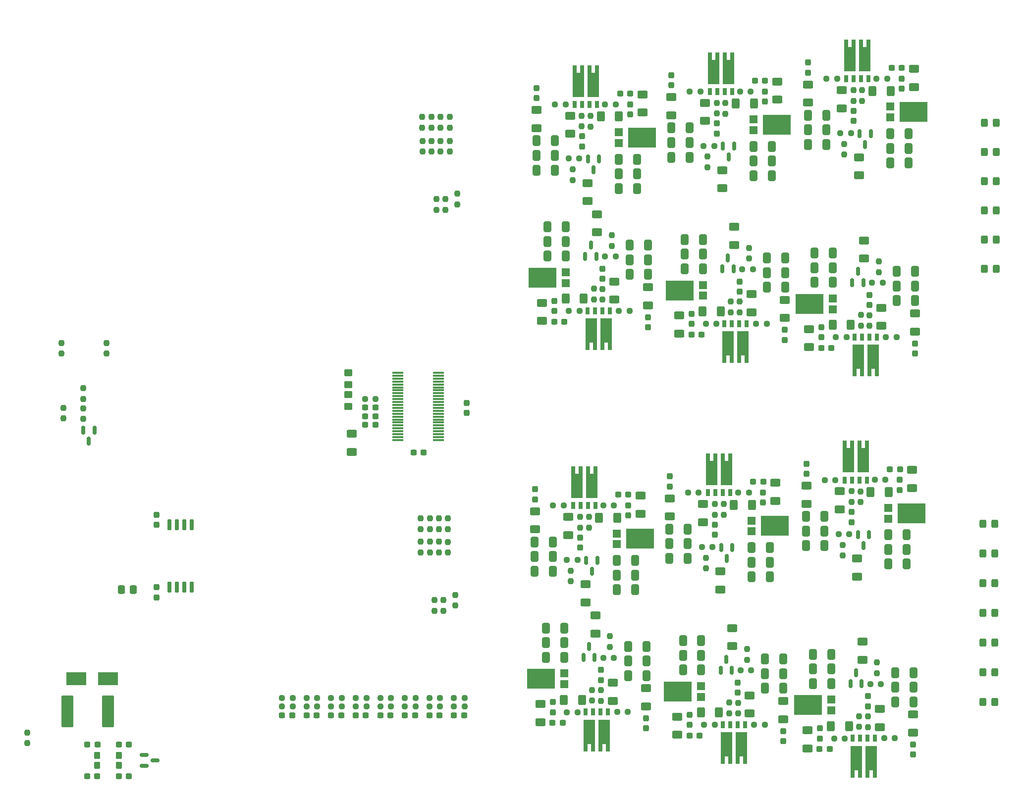
<source format=gbr>
%TF.GenerationSoftware,KiCad,Pcbnew,(6.0.1)*%
%TF.CreationDate,2022-05-08T00:04:23+10:00*%
%TF.ProjectId,211006_lmu_r0,32313130-3036-45f6-9c6d-755f72302e6b,rev?*%
%TF.SameCoordinates,Original*%
%TF.FileFunction,Paste,Bot*%
%TF.FilePolarity,Positive*%
%FSLAX46Y46*%
G04 Gerber Fmt 4.6, Leading zero omitted, Abs format (unit mm)*
G04 Created by KiCad (PCBNEW (6.0.1)) date 2022-05-08 00:04:23*
%MOMM*%
%LPD*%
G01*
G04 APERTURE LIST*
G04 Aperture macros list*
%AMRoundRect*
0 Rectangle with rounded corners*
0 $1 Rounding radius*
0 $2 $3 $4 $5 $6 $7 $8 $9 X,Y pos of 4 corners*
0 Add a 4 corners polygon primitive as box body*
4,1,4,$2,$3,$4,$5,$6,$7,$8,$9,$2,$3,0*
0 Add four circle primitives for the rounded corners*
1,1,$1+$1,$2,$3*
1,1,$1+$1,$4,$5*
1,1,$1+$1,$6,$7*
1,1,$1+$1,$8,$9*
0 Add four rect primitives between the rounded corners*
20,1,$1+$1,$2,$3,$4,$5,0*
20,1,$1+$1,$4,$5,$6,$7,0*
20,1,$1+$1,$6,$7,$8,$9,0*
20,1,$1+$1,$8,$9,$2,$3,0*%
%AMFreePoly0*
4,1,7,0.350000,-0.950000,-0.350000,-0.950000,-0.350000,0.375000,-1.620000,0.375000,-1.620000,4.475000,0.350000,4.475000,0.350000,-0.950000,0.350000,-0.950000,$1*%
G04 Aperture macros list end*
%ADD10C,0.010000*%
%ADD11RoundRect,0.237500X0.300000X0.237500X-0.300000X0.237500X-0.300000X-0.237500X0.300000X-0.237500X0*%
%ADD12RoundRect,0.250000X-0.625000X0.400000X-0.625000X-0.400000X0.625000X-0.400000X0.625000X0.400000X0*%
%ADD13RoundRect,0.237500X0.250000X0.237500X-0.250000X0.237500X-0.250000X-0.237500X0.250000X-0.237500X0*%
%ADD14RoundRect,0.237500X0.237500X-0.300000X0.237500X0.300000X-0.237500X0.300000X-0.237500X-0.300000X0*%
%ADD15RoundRect,0.237500X0.237500X-0.250000X0.237500X0.250000X-0.237500X0.250000X-0.237500X-0.250000X0*%
%ADD16RoundRect,0.250000X0.325000X0.450000X-0.325000X0.450000X-0.325000X-0.450000X0.325000X-0.450000X0*%
%ADD17R,4.860000X3.360000*%
%ADD18R,1.400000X1.390000*%
%ADD19RoundRect,0.250000X-0.412500X-0.650000X0.412500X-0.650000X0.412500X0.650000X-0.412500X0.650000X0*%
%ADD20RoundRect,0.237500X-0.300000X-0.237500X0.300000X-0.237500X0.300000X0.237500X-0.300000X0.237500X0*%
%ADD21RoundRect,0.250000X0.400000X0.625000X-0.400000X0.625000X-0.400000X-0.625000X0.400000X-0.625000X0*%
%ADD22RoundRect,0.250000X0.625000X-0.400000X0.625000X0.400000X-0.625000X0.400000X-0.625000X-0.400000X0*%
%ADD23RoundRect,0.250000X-0.400000X-0.625000X0.400000X-0.625000X0.400000X0.625000X-0.400000X0.625000X0*%
%ADD24R,0.700000X1.150000*%
%ADD25FreePoly0,0.000000*%
%ADD26R,0.700000X1.900000*%
%ADD27RoundRect,0.150000X-0.150000X0.587500X-0.150000X-0.587500X0.150000X-0.587500X0.150000X0.587500X0*%
%ADD28RoundRect,0.250000X0.412500X0.650000X-0.412500X0.650000X-0.412500X-0.650000X0.412500X-0.650000X0*%
%ADD29RoundRect,0.237500X-0.237500X0.300000X-0.237500X-0.300000X0.237500X-0.300000X0.237500X0.300000X0*%
%ADD30RoundRect,0.237500X-0.250000X-0.237500X0.250000X-0.237500X0.250000X0.237500X-0.250000X0.237500X0*%
%ADD31RoundRect,0.042000X-0.258000X0.858000X-0.258000X-0.858000X0.258000X-0.858000X0.258000X0.858000X0*%
%ADD32RoundRect,0.237500X-0.237500X0.250000X-0.237500X-0.250000X0.237500X-0.250000X0.237500X0.250000X0*%
%ADD33FreePoly0,180.000000*%
%ADD34RoundRect,0.150000X0.150000X-0.587500X0.150000X0.587500X-0.150000X0.587500X-0.150000X-0.587500X0*%
%ADD35RoundRect,0.250000X0.337500X0.475000X-0.337500X0.475000X-0.337500X-0.475000X0.337500X-0.475000X0*%
%ADD36RoundRect,0.250000X0.450000X-0.350000X0.450000X0.350000X-0.450000X0.350000X-0.450000X-0.350000X0*%
%ADD37RoundRect,0.050000X-0.450000X0.525000X-0.450000X-0.525000X0.450000X-0.525000X0.450000X0.525000X0*%
%ADD38R,3.500000X2.300000*%
%ADD39RoundRect,0.250001X-0.799999X-2.474999X0.799999X-2.474999X0.799999X2.474999X-0.799999X2.474999X0*%
%ADD40RoundRect,0.150000X-0.587500X-0.150000X0.587500X-0.150000X0.587500X0.150000X-0.587500X0.150000X0*%
%ADD41RoundRect,0.025600X0.924400X0.134400X-0.924400X0.134400X-0.924400X-0.134400X0.924400X-0.134400X0*%
G04 APERTURE END LIST*
D10*
%TO.C,T17*%
X191955000Y-77950000D02*
X193055000Y-77950000D01*
X193055000Y-77950000D02*
X193055000Y-76950000D01*
X193055000Y-76950000D02*
X191955000Y-76950000D01*
X191955000Y-76950000D02*
X191955000Y-77950000D01*
G36*
X193055000Y-77950000D02*
G01*
X191955000Y-77950000D01*
X191955000Y-76950000D01*
X193055000Y-76950000D01*
X193055000Y-77950000D01*
G37*
X193055000Y-77950000D02*
X191955000Y-77950000D01*
X191955000Y-76950000D01*
X193055000Y-76950000D01*
X193055000Y-77950000D01*
X194495000Y-76150000D02*
X195595000Y-76150000D01*
X195595000Y-76150000D02*
X195595000Y-75150000D01*
X195595000Y-75150000D02*
X194495000Y-75150000D01*
X194495000Y-75150000D02*
X194495000Y-76150000D01*
G36*
X195595000Y-76150000D02*
G01*
X194495000Y-76150000D01*
X194495000Y-75150000D01*
X195595000Y-75150000D01*
X195595000Y-76150000D01*
G37*
X195595000Y-76150000D02*
X194495000Y-76150000D01*
X194495000Y-75150000D01*
X195595000Y-75150000D01*
X195595000Y-76150000D01*
X194495000Y-77950000D02*
X195595000Y-77950000D01*
X195595000Y-77950000D02*
X195595000Y-76950000D01*
X195595000Y-76950000D02*
X194495000Y-76950000D01*
X194495000Y-76950000D02*
X194495000Y-77950000D01*
G36*
X195595000Y-77950000D02*
G01*
X194495000Y-77950000D01*
X194495000Y-76950000D01*
X195595000Y-76950000D01*
X195595000Y-77950000D01*
G37*
X195595000Y-77950000D02*
X194495000Y-77950000D01*
X194495000Y-76950000D01*
X195595000Y-76950000D01*
X195595000Y-77950000D01*
X191955000Y-76150000D02*
X193055000Y-76150000D01*
X193055000Y-76150000D02*
X193055000Y-75150000D01*
X193055000Y-75150000D02*
X191955000Y-75150000D01*
X191955000Y-75150000D02*
X191955000Y-76150000D01*
G36*
X193055000Y-76150000D02*
G01*
X191955000Y-76150000D01*
X191955000Y-75150000D01*
X193055000Y-75150000D01*
X193055000Y-76150000D01*
G37*
X193055000Y-76150000D02*
X191955000Y-76150000D01*
X191955000Y-75150000D01*
X193055000Y-75150000D01*
X193055000Y-76150000D01*
%TO.C,T22*%
X170767446Y-142589950D02*
X171867446Y-142589950D01*
X171867446Y-142589950D02*
X171867446Y-141589950D01*
X171867446Y-141589950D02*
X170767446Y-141589950D01*
X170767446Y-141589950D02*
X170767446Y-142589950D01*
G36*
X171867446Y-142589950D02*
G01*
X170767446Y-142589950D01*
X170767446Y-141589950D01*
X171867446Y-141589950D01*
X171867446Y-142589950D01*
G37*
X171867446Y-142589950D02*
X170767446Y-142589950D01*
X170767446Y-141589950D01*
X171867446Y-141589950D01*
X171867446Y-142589950D01*
X168227446Y-144389950D02*
X169327446Y-144389950D01*
X169327446Y-144389950D02*
X169327446Y-143389950D01*
X169327446Y-143389950D02*
X168227446Y-143389950D01*
X168227446Y-143389950D02*
X168227446Y-144389950D01*
G36*
X169327446Y-144389950D02*
G01*
X168227446Y-144389950D01*
X168227446Y-143389950D01*
X169327446Y-143389950D01*
X169327446Y-144389950D01*
G37*
X169327446Y-144389950D02*
X168227446Y-144389950D01*
X168227446Y-143389950D01*
X169327446Y-143389950D01*
X169327446Y-144389950D01*
X170767446Y-144389950D02*
X171867446Y-144389950D01*
X171867446Y-144389950D02*
X171867446Y-143389950D01*
X171867446Y-143389950D02*
X170767446Y-143389950D01*
X170767446Y-143389950D02*
X170767446Y-144389950D01*
G36*
X171867446Y-144389950D02*
G01*
X170767446Y-144389950D01*
X170767446Y-143389950D01*
X171867446Y-143389950D01*
X171867446Y-144389950D01*
G37*
X171867446Y-144389950D02*
X170767446Y-144389950D01*
X170767446Y-143389950D01*
X171867446Y-143389950D01*
X171867446Y-144389950D01*
X168227446Y-142589950D02*
X169327446Y-142589950D01*
X169327446Y-142589950D02*
X169327446Y-141589950D01*
X169327446Y-141589950D02*
X168227446Y-141589950D01*
X168227446Y-141589950D02*
X168227446Y-142589950D01*
G36*
X169327446Y-142589950D02*
G01*
X168227446Y-142589950D01*
X168227446Y-141589950D01*
X169327446Y-141589950D01*
X169327446Y-142589950D01*
G37*
X169327446Y-142589950D02*
X168227446Y-142589950D01*
X168227446Y-141589950D01*
X169327446Y-141589950D01*
X169327446Y-142589950D01*
%TO.C,T23*%
X194192446Y-144764950D02*
X195292446Y-144764950D01*
X195292446Y-144764950D02*
X195292446Y-143764950D01*
X195292446Y-143764950D02*
X194192446Y-143764950D01*
X194192446Y-143764950D02*
X194192446Y-144764950D01*
G36*
X195292446Y-144764950D02*
G01*
X194192446Y-144764950D01*
X194192446Y-143764950D01*
X195292446Y-143764950D01*
X195292446Y-144764950D01*
G37*
X195292446Y-144764950D02*
X194192446Y-144764950D01*
X194192446Y-143764950D01*
X195292446Y-143764950D01*
X195292446Y-144764950D01*
X194192446Y-146564950D02*
X195292446Y-146564950D01*
X195292446Y-146564950D02*
X195292446Y-145564950D01*
X195292446Y-145564950D02*
X194192446Y-145564950D01*
X194192446Y-145564950D02*
X194192446Y-146564950D01*
G36*
X195292446Y-146564950D02*
G01*
X194192446Y-146564950D01*
X194192446Y-145564950D01*
X195292446Y-145564950D01*
X195292446Y-146564950D01*
G37*
X195292446Y-146564950D02*
X194192446Y-146564950D01*
X194192446Y-145564950D01*
X195292446Y-145564950D01*
X195292446Y-146564950D01*
X191652446Y-144764950D02*
X192752446Y-144764950D01*
X192752446Y-144764950D02*
X192752446Y-143764950D01*
X192752446Y-143764950D02*
X191652446Y-143764950D01*
X191652446Y-143764950D02*
X191652446Y-144764950D01*
G36*
X192752446Y-144764950D02*
G01*
X191652446Y-144764950D01*
X191652446Y-143764950D01*
X192752446Y-143764950D01*
X192752446Y-144764950D01*
G37*
X192752446Y-144764950D02*
X191652446Y-144764950D01*
X191652446Y-143764950D01*
X192752446Y-143764950D01*
X192752446Y-144764950D01*
X191652446Y-146564950D02*
X192752446Y-146564950D01*
X192752446Y-146564950D02*
X192752446Y-145564950D01*
X192752446Y-145564950D02*
X191652446Y-145564950D01*
X191652446Y-145564950D02*
X191652446Y-146564950D01*
G36*
X192752446Y-146564950D02*
G01*
X191652446Y-146564950D01*
X191652446Y-145564950D01*
X192752446Y-145564950D01*
X192752446Y-146564950D01*
G37*
X192752446Y-146564950D02*
X191652446Y-146564950D01*
X191652446Y-145564950D01*
X192752446Y-145564950D01*
X192752446Y-146564950D01*
%TO.C,T21*%
X167177446Y-102214950D02*
X166077446Y-102214950D01*
X166077446Y-102214950D02*
X166077446Y-103214950D01*
X166077446Y-103214950D02*
X167177446Y-103214950D01*
X167177446Y-103214950D02*
X167177446Y-102214950D01*
G36*
X167177446Y-103214950D02*
G01*
X166077446Y-103214950D01*
X166077446Y-102214950D01*
X167177446Y-102214950D01*
X167177446Y-103214950D01*
G37*
X167177446Y-103214950D02*
X166077446Y-103214950D01*
X166077446Y-102214950D01*
X167177446Y-102214950D01*
X167177446Y-103214950D01*
X169717446Y-100414950D02*
X168617446Y-100414950D01*
X168617446Y-100414950D02*
X168617446Y-101414950D01*
X168617446Y-101414950D02*
X169717446Y-101414950D01*
X169717446Y-101414950D02*
X169717446Y-100414950D01*
G36*
X169717446Y-101414950D02*
G01*
X168617446Y-101414950D01*
X168617446Y-100414950D01*
X169717446Y-100414950D01*
X169717446Y-101414950D01*
G37*
X169717446Y-101414950D02*
X168617446Y-101414950D01*
X168617446Y-100414950D01*
X169717446Y-100414950D01*
X169717446Y-101414950D01*
X167177446Y-100414950D02*
X166077446Y-100414950D01*
X166077446Y-100414950D02*
X166077446Y-101414950D01*
X166077446Y-101414950D02*
X167177446Y-101414950D01*
X167177446Y-101414950D02*
X167177446Y-100414950D01*
G36*
X167177446Y-101414950D02*
G01*
X166077446Y-101414950D01*
X166077446Y-100414950D01*
X167177446Y-100414950D01*
X167177446Y-101414950D01*
G37*
X167177446Y-101414950D02*
X166077446Y-101414950D01*
X166077446Y-100414950D01*
X167177446Y-100414950D01*
X167177446Y-101414950D01*
X169717446Y-102214950D02*
X168617446Y-102214950D01*
X168617446Y-102214950D02*
X168617446Y-103214950D01*
X168617446Y-103214950D02*
X169717446Y-103214950D01*
X169717446Y-103214950D02*
X169717446Y-102214950D01*
G36*
X169717446Y-103214950D02*
G01*
X168617446Y-103214950D01*
X168617446Y-102214950D01*
X169717446Y-102214950D01*
X169717446Y-103214950D01*
G37*
X169717446Y-103214950D02*
X168617446Y-103214950D01*
X168617446Y-102214950D01*
X169717446Y-102214950D01*
X169717446Y-103214950D01*
%TO.C,T19*%
X216129946Y-96039450D02*
X215029946Y-96039450D01*
X215029946Y-96039450D02*
X215029946Y-97039450D01*
X215029946Y-97039450D02*
X216129946Y-97039450D01*
X216129946Y-97039450D02*
X216129946Y-96039450D01*
G36*
X216129946Y-97039450D02*
G01*
X215029946Y-97039450D01*
X215029946Y-96039450D01*
X216129946Y-96039450D01*
X216129946Y-97039450D01*
G37*
X216129946Y-97039450D02*
X215029946Y-97039450D01*
X215029946Y-96039450D01*
X216129946Y-96039450D01*
X216129946Y-97039450D01*
X216129946Y-97839450D02*
X215029946Y-97839450D01*
X215029946Y-97839450D02*
X215029946Y-98839450D01*
X215029946Y-98839450D02*
X216129946Y-98839450D01*
X216129946Y-98839450D02*
X216129946Y-97839450D01*
G36*
X216129946Y-98839450D02*
G01*
X215029946Y-98839450D01*
X215029946Y-97839450D01*
X216129946Y-97839450D01*
X216129946Y-98839450D01*
G37*
X216129946Y-98839450D02*
X215029946Y-98839450D01*
X215029946Y-97839450D01*
X216129946Y-97839450D01*
X216129946Y-98839450D01*
X213589946Y-97839450D02*
X212489946Y-97839450D01*
X212489946Y-97839450D02*
X212489946Y-98839450D01*
X212489946Y-98839450D02*
X213589946Y-98839450D01*
X213589946Y-98839450D02*
X213589946Y-97839450D01*
G36*
X213589946Y-98839450D02*
G01*
X212489946Y-98839450D01*
X212489946Y-97839450D01*
X213589946Y-97839450D01*
X213589946Y-98839450D01*
G37*
X213589946Y-98839450D02*
X212489946Y-98839450D01*
X212489946Y-97839450D01*
X213589946Y-97839450D01*
X213589946Y-98839450D01*
X213589946Y-96039450D02*
X212489946Y-96039450D01*
X212489946Y-96039450D02*
X212489946Y-97039450D01*
X212489946Y-97039450D02*
X213589946Y-97039450D01*
X213589946Y-97039450D02*
X213589946Y-96039450D01*
G36*
X213589946Y-97039450D02*
G01*
X212489946Y-97039450D01*
X212489946Y-96039450D01*
X213589946Y-96039450D01*
X213589946Y-97039450D01*
G37*
X213589946Y-97039450D02*
X212489946Y-97039450D01*
X212489946Y-96039450D01*
X213589946Y-96039450D01*
X213589946Y-97039450D01*
%TO.C,T24*%
X216404946Y-147077450D02*
X217504946Y-147077450D01*
X217504946Y-147077450D02*
X217504946Y-146077450D01*
X217504946Y-146077450D02*
X216404946Y-146077450D01*
X216404946Y-146077450D02*
X216404946Y-147077450D01*
G36*
X217504946Y-147077450D02*
G01*
X216404946Y-147077450D01*
X216404946Y-146077450D01*
X217504946Y-146077450D01*
X217504946Y-147077450D01*
G37*
X217504946Y-147077450D02*
X216404946Y-147077450D01*
X216404946Y-146077450D01*
X217504946Y-146077450D01*
X217504946Y-147077450D01*
X213864946Y-148877450D02*
X214964946Y-148877450D01*
X214964946Y-148877450D02*
X214964946Y-147877450D01*
X214964946Y-147877450D02*
X213864946Y-147877450D01*
X213864946Y-147877450D02*
X213864946Y-148877450D01*
G36*
X214964946Y-148877450D02*
G01*
X213864946Y-148877450D01*
X213864946Y-147877450D01*
X214964946Y-147877450D01*
X214964946Y-148877450D01*
G37*
X214964946Y-148877450D02*
X213864946Y-148877450D01*
X213864946Y-147877450D01*
X214964946Y-147877450D01*
X214964946Y-148877450D01*
X213864946Y-147077450D02*
X214964946Y-147077450D01*
X214964946Y-147077450D02*
X214964946Y-146077450D01*
X214964946Y-146077450D02*
X213864946Y-146077450D01*
X213864946Y-146077450D02*
X213864946Y-147077450D01*
G36*
X214964946Y-147077450D02*
G01*
X213864946Y-147077450D01*
X213864946Y-146077450D01*
X214964946Y-146077450D01*
X214964946Y-147077450D01*
G37*
X214964946Y-147077450D02*
X213864946Y-147077450D01*
X213864946Y-146077450D01*
X214964946Y-146077450D01*
X214964946Y-147077450D01*
X216404946Y-148877450D02*
X217504946Y-148877450D01*
X217504946Y-148877450D02*
X217504946Y-147877450D01*
X217504946Y-147877450D02*
X216404946Y-147877450D01*
X216404946Y-147877450D02*
X216404946Y-148877450D01*
G36*
X217504946Y-148877450D02*
G01*
X216404946Y-148877450D01*
X216404946Y-147877450D01*
X217504946Y-147877450D01*
X217504946Y-148877450D01*
G37*
X217504946Y-148877450D02*
X216404946Y-148877450D01*
X216404946Y-147877450D01*
X217504946Y-147877450D01*
X217504946Y-148877450D01*
%TO.C,T15*%
X167480000Y-33600000D02*
X166380000Y-33600000D01*
X166380000Y-33600000D02*
X166380000Y-34600000D01*
X166380000Y-34600000D02*
X167480000Y-34600000D01*
X167480000Y-34600000D02*
X167480000Y-33600000D01*
G36*
X167480000Y-34600000D02*
G01*
X166380000Y-34600000D01*
X166380000Y-33600000D01*
X167480000Y-33600000D01*
X167480000Y-34600000D01*
G37*
X167480000Y-34600000D02*
X166380000Y-34600000D01*
X166380000Y-33600000D01*
X167480000Y-33600000D01*
X167480000Y-34600000D01*
X167480000Y-31800000D02*
X166380000Y-31800000D01*
X166380000Y-31800000D02*
X166380000Y-32800000D01*
X166380000Y-32800000D02*
X167480000Y-32800000D01*
X167480000Y-32800000D02*
X167480000Y-31800000D01*
G36*
X167480000Y-32800000D02*
G01*
X166380000Y-32800000D01*
X166380000Y-31800000D01*
X167480000Y-31800000D01*
X167480000Y-32800000D01*
G37*
X167480000Y-32800000D02*
X166380000Y-32800000D01*
X166380000Y-31800000D01*
X167480000Y-31800000D01*
X167480000Y-32800000D01*
X170020000Y-33600000D02*
X168920000Y-33600000D01*
X168920000Y-33600000D02*
X168920000Y-34600000D01*
X168920000Y-34600000D02*
X170020000Y-34600000D01*
X170020000Y-34600000D02*
X170020000Y-33600000D01*
G36*
X170020000Y-34600000D02*
G01*
X168920000Y-34600000D01*
X168920000Y-33600000D01*
X170020000Y-33600000D01*
X170020000Y-34600000D01*
G37*
X170020000Y-34600000D02*
X168920000Y-34600000D01*
X168920000Y-33600000D01*
X170020000Y-33600000D01*
X170020000Y-34600000D01*
X170020000Y-31800000D02*
X168920000Y-31800000D01*
X168920000Y-31800000D02*
X168920000Y-32800000D01*
X168920000Y-32800000D02*
X170020000Y-32800000D01*
X170020000Y-32800000D02*
X170020000Y-31800000D01*
G36*
X170020000Y-32800000D02*
G01*
X168920000Y-32800000D01*
X168920000Y-31800000D01*
X170020000Y-31800000D01*
X170020000Y-32800000D01*
G37*
X170020000Y-32800000D02*
X168920000Y-32800000D01*
X168920000Y-31800000D01*
X170020000Y-31800000D01*
X170020000Y-32800000D01*
%TO.C,T13*%
X216432500Y-27424500D02*
X215332500Y-27424500D01*
X215332500Y-27424500D02*
X215332500Y-28424500D01*
X215332500Y-28424500D02*
X216432500Y-28424500D01*
X216432500Y-28424500D02*
X216432500Y-27424500D01*
G36*
X216432500Y-28424500D02*
G01*
X215332500Y-28424500D01*
X215332500Y-27424500D01*
X216432500Y-27424500D01*
X216432500Y-28424500D01*
G37*
X216432500Y-28424500D02*
X215332500Y-28424500D01*
X215332500Y-27424500D01*
X216432500Y-27424500D01*
X216432500Y-28424500D01*
X216432500Y-29224500D02*
X215332500Y-29224500D01*
X215332500Y-29224500D02*
X215332500Y-30224500D01*
X215332500Y-30224500D02*
X216432500Y-30224500D01*
X216432500Y-30224500D02*
X216432500Y-29224500D01*
G36*
X216432500Y-30224500D02*
G01*
X215332500Y-30224500D01*
X215332500Y-29224500D01*
X216432500Y-29224500D01*
X216432500Y-30224500D01*
G37*
X216432500Y-30224500D02*
X215332500Y-30224500D01*
X215332500Y-29224500D01*
X216432500Y-29224500D01*
X216432500Y-30224500D01*
X213892500Y-29224500D02*
X212792500Y-29224500D01*
X212792500Y-29224500D02*
X212792500Y-30224500D01*
X212792500Y-30224500D02*
X213892500Y-30224500D01*
X213892500Y-30224500D02*
X213892500Y-29224500D01*
G36*
X213892500Y-30224500D02*
G01*
X212792500Y-30224500D01*
X212792500Y-29224500D01*
X213892500Y-29224500D01*
X213892500Y-30224500D01*
G37*
X213892500Y-30224500D02*
X212792500Y-30224500D01*
X212792500Y-29224500D01*
X213892500Y-29224500D01*
X213892500Y-30224500D01*
X213892500Y-27424500D02*
X212792500Y-27424500D01*
X212792500Y-27424500D02*
X212792500Y-28424500D01*
X212792500Y-28424500D02*
X213892500Y-28424500D01*
X213892500Y-28424500D02*
X213892500Y-27424500D01*
G36*
X213892500Y-28424500D02*
G01*
X212792500Y-28424500D01*
X212792500Y-27424500D01*
X213892500Y-27424500D01*
X213892500Y-28424500D01*
G37*
X213892500Y-28424500D02*
X212792500Y-28424500D01*
X212792500Y-27424500D01*
X213892500Y-27424500D01*
X213892500Y-28424500D01*
%TO.C,T18*%
X216707500Y-80262500D02*
X217807500Y-80262500D01*
X217807500Y-80262500D02*
X217807500Y-79262500D01*
X217807500Y-79262500D02*
X216707500Y-79262500D01*
X216707500Y-79262500D02*
X216707500Y-80262500D01*
G36*
X217807500Y-80262500D02*
G01*
X216707500Y-80262500D01*
X216707500Y-79262500D01*
X217807500Y-79262500D01*
X217807500Y-80262500D01*
G37*
X217807500Y-80262500D02*
X216707500Y-80262500D01*
X216707500Y-79262500D01*
X217807500Y-79262500D01*
X217807500Y-80262500D01*
X216707500Y-78462500D02*
X217807500Y-78462500D01*
X217807500Y-78462500D02*
X217807500Y-77462500D01*
X217807500Y-77462500D02*
X216707500Y-77462500D01*
X216707500Y-77462500D02*
X216707500Y-78462500D01*
G36*
X217807500Y-78462500D02*
G01*
X216707500Y-78462500D01*
X216707500Y-77462500D01*
X217807500Y-77462500D01*
X217807500Y-78462500D01*
G37*
X217807500Y-78462500D02*
X216707500Y-78462500D01*
X216707500Y-77462500D01*
X217807500Y-77462500D01*
X217807500Y-78462500D01*
X214167500Y-80262500D02*
X215267500Y-80262500D01*
X215267500Y-80262500D02*
X215267500Y-79262500D01*
X215267500Y-79262500D02*
X214167500Y-79262500D01*
X214167500Y-79262500D02*
X214167500Y-80262500D01*
G36*
X215267500Y-80262500D02*
G01*
X214167500Y-80262500D01*
X214167500Y-79262500D01*
X215267500Y-79262500D01*
X215267500Y-80262500D01*
G37*
X215267500Y-80262500D02*
X214167500Y-80262500D01*
X214167500Y-79262500D01*
X215267500Y-79262500D01*
X215267500Y-80262500D01*
X214167500Y-78462500D02*
X215267500Y-78462500D01*
X215267500Y-78462500D02*
X215267500Y-77462500D01*
X215267500Y-77462500D02*
X214167500Y-77462500D01*
X214167500Y-77462500D02*
X214167500Y-78462500D01*
G36*
X215267500Y-78462500D02*
G01*
X214167500Y-78462500D01*
X214167500Y-77462500D01*
X215267500Y-77462500D01*
X215267500Y-78462500D01*
G37*
X215267500Y-78462500D02*
X214167500Y-78462500D01*
X214167500Y-77462500D01*
X215267500Y-77462500D01*
X215267500Y-78462500D01*
%TO.C,T16*%
X168530000Y-73975000D02*
X169630000Y-73975000D01*
X169630000Y-73975000D02*
X169630000Y-72975000D01*
X169630000Y-72975000D02*
X168530000Y-72975000D01*
X168530000Y-72975000D02*
X168530000Y-73975000D01*
G36*
X169630000Y-73975000D02*
G01*
X168530000Y-73975000D01*
X168530000Y-72975000D01*
X169630000Y-72975000D01*
X169630000Y-73975000D01*
G37*
X169630000Y-73975000D02*
X168530000Y-73975000D01*
X168530000Y-72975000D01*
X169630000Y-72975000D01*
X169630000Y-73975000D01*
X171070000Y-73975000D02*
X172170000Y-73975000D01*
X172170000Y-73975000D02*
X172170000Y-72975000D01*
X172170000Y-72975000D02*
X171070000Y-72975000D01*
X171070000Y-72975000D02*
X171070000Y-73975000D01*
G36*
X172170000Y-73975000D02*
G01*
X171070000Y-73975000D01*
X171070000Y-72975000D01*
X172170000Y-72975000D01*
X172170000Y-73975000D01*
G37*
X172170000Y-73975000D02*
X171070000Y-73975000D01*
X171070000Y-72975000D01*
X172170000Y-72975000D01*
X172170000Y-73975000D01*
X171070000Y-75775000D02*
X172170000Y-75775000D01*
X172170000Y-75775000D02*
X172170000Y-74775000D01*
X172170000Y-74775000D02*
X171070000Y-74775000D01*
X171070000Y-74775000D02*
X171070000Y-75775000D01*
G36*
X172170000Y-75775000D02*
G01*
X171070000Y-75775000D01*
X171070000Y-74775000D01*
X172170000Y-74775000D01*
X172170000Y-75775000D01*
G37*
X172170000Y-75775000D02*
X171070000Y-75775000D01*
X171070000Y-74775000D01*
X172170000Y-74775000D01*
X172170000Y-75775000D01*
X168530000Y-75775000D02*
X169630000Y-75775000D01*
X169630000Y-75775000D02*
X169630000Y-74775000D01*
X169630000Y-74775000D02*
X168530000Y-74775000D01*
X168530000Y-74775000D02*
X168530000Y-75775000D01*
G36*
X169630000Y-75775000D02*
G01*
X168530000Y-75775000D01*
X168530000Y-74775000D01*
X169630000Y-74775000D01*
X169630000Y-75775000D01*
G37*
X169630000Y-75775000D02*
X168530000Y-75775000D01*
X168530000Y-74775000D01*
X169630000Y-74775000D01*
X169630000Y-75775000D01*
%TO.C,T14*%
X190530000Y-31400000D02*
X189430000Y-31400000D01*
X189430000Y-31400000D02*
X189430000Y-32400000D01*
X189430000Y-32400000D02*
X190530000Y-32400000D01*
X190530000Y-32400000D02*
X190530000Y-31400000D01*
G36*
X190530000Y-32400000D02*
G01*
X189430000Y-32400000D01*
X189430000Y-31400000D01*
X190530000Y-31400000D01*
X190530000Y-32400000D01*
G37*
X190530000Y-32400000D02*
X189430000Y-32400000D01*
X189430000Y-31400000D01*
X190530000Y-31400000D01*
X190530000Y-32400000D01*
X190530000Y-29600000D02*
X189430000Y-29600000D01*
X189430000Y-29600000D02*
X189430000Y-30600000D01*
X189430000Y-30600000D02*
X190530000Y-30600000D01*
X190530000Y-30600000D02*
X190530000Y-29600000D01*
G36*
X190530000Y-30600000D02*
G01*
X189430000Y-30600000D01*
X189430000Y-29600000D01*
X190530000Y-29600000D01*
X190530000Y-30600000D01*
G37*
X190530000Y-30600000D02*
X189430000Y-30600000D01*
X189430000Y-29600000D01*
X190530000Y-29600000D01*
X190530000Y-30600000D01*
X193070000Y-31400000D02*
X191970000Y-31400000D01*
X191970000Y-31400000D02*
X191970000Y-32400000D01*
X191970000Y-32400000D02*
X193070000Y-32400000D01*
X193070000Y-32400000D02*
X193070000Y-31400000D01*
G36*
X193070000Y-32400000D02*
G01*
X191970000Y-32400000D01*
X191970000Y-31400000D01*
X193070000Y-31400000D01*
X193070000Y-32400000D01*
G37*
X193070000Y-32400000D02*
X191970000Y-32400000D01*
X191970000Y-31400000D01*
X193070000Y-31400000D01*
X193070000Y-32400000D01*
X193070000Y-29600000D02*
X191970000Y-29600000D01*
X191970000Y-29600000D02*
X191970000Y-30600000D01*
X191970000Y-30600000D02*
X193070000Y-30600000D01*
X193070000Y-30600000D02*
X193070000Y-29600000D01*
G36*
X193070000Y-30600000D02*
G01*
X191970000Y-30600000D01*
X191970000Y-29600000D01*
X193070000Y-29600000D01*
X193070000Y-30600000D01*
G37*
X193070000Y-30600000D02*
X191970000Y-30600000D01*
X191970000Y-29600000D01*
X193070000Y-29600000D01*
X193070000Y-30600000D01*
%TO.C,T20*%
X190227446Y-98214950D02*
X189127446Y-98214950D01*
X189127446Y-98214950D02*
X189127446Y-99214950D01*
X189127446Y-99214950D02*
X190227446Y-99214950D01*
X190227446Y-99214950D02*
X190227446Y-98214950D01*
G36*
X190227446Y-99214950D02*
G01*
X189127446Y-99214950D01*
X189127446Y-98214950D01*
X190227446Y-98214950D01*
X190227446Y-99214950D01*
G37*
X190227446Y-99214950D02*
X189127446Y-99214950D01*
X189127446Y-98214950D01*
X190227446Y-98214950D01*
X190227446Y-99214950D01*
X192767446Y-98214950D02*
X191667446Y-98214950D01*
X191667446Y-98214950D02*
X191667446Y-99214950D01*
X191667446Y-99214950D02*
X192767446Y-99214950D01*
X192767446Y-99214950D02*
X192767446Y-98214950D01*
G36*
X192767446Y-99214950D02*
G01*
X191667446Y-99214950D01*
X191667446Y-98214950D01*
X192767446Y-98214950D01*
X192767446Y-99214950D01*
G37*
X192767446Y-99214950D02*
X191667446Y-99214950D01*
X191667446Y-98214950D01*
X192767446Y-98214950D01*
X192767446Y-99214950D01*
X192767446Y-100014950D02*
X191667446Y-100014950D01*
X191667446Y-100014950D02*
X191667446Y-101014950D01*
X191667446Y-101014950D02*
X192767446Y-101014950D01*
X192767446Y-101014950D02*
X192767446Y-100014950D01*
G36*
X192767446Y-101014950D02*
G01*
X191667446Y-101014950D01*
X191667446Y-100014950D01*
X192767446Y-100014950D01*
X192767446Y-101014950D01*
G37*
X192767446Y-101014950D02*
X191667446Y-101014950D01*
X191667446Y-100014950D01*
X192767446Y-100014950D01*
X192767446Y-101014950D01*
X190227446Y-100014950D02*
X189127446Y-100014950D01*
X189127446Y-100014950D02*
X189127446Y-101014950D01*
X189127446Y-101014950D02*
X190227446Y-101014950D01*
X190227446Y-101014950D02*
X190227446Y-100014950D01*
G36*
X190227446Y-101014950D02*
G01*
X189127446Y-101014950D01*
X189127446Y-100014950D01*
X190227446Y-100014950D01*
X190227446Y-101014950D01*
G37*
X190227446Y-101014950D02*
X189127446Y-101014950D01*
X189127446Y-100014950D01*
X190227446Y-100014950D01*
X190227446Y-101014950D01*
%TD*%
D11*
%TO.C,C156*%
X187647446Y-144102450D03*
X185922446Y-144102450D03*
%TD*%
D12*
%TO.C,R36*%
X224250000Y-30037000D03*
X224250000Y-33137000D03*
%TD*%
D13*
%TO.C,R7*%
X118077446Y-137683700D03*
X116252446Y-137683700D03*
%TD*%
D14*
%TO.C,C72*%
X178775000Y-74237500D03*
X178775000Y-72512500D03*
%TD*%
D15*
%TO.C,R115*%
X141512446Y-112758700D03*
X141512446Y-110933700D03*
%TD*%
D16*
%TO.C,F10*%
X238052392Y-118018700D03*
X236002392Y-118018700D03*
%TD*%
D11*
%TO.C,C27*%
X132214946Y-89483700D03*
X130489946Y-89483700D03*
%TD*%
D17*
%TO.C,D19*%
X177763500Y-41812500D03*
D18*
X173781500Y-42732500D03*
X173781500Y-40892500D03*
%TD*%
D13*
%TO.C,R19*%
X143277446Y-137683700D03*
X141452446Y-137683700D03*
%TD*%
D14*
%TO.C,C130*%
X175434946Y-106439950D03*
X175434946Y-104714950D03*
%TD*%
D15*
%TO.C,R94*%
X215187500Y-73975000D03*
X215187500Y-72150000D03*
%TD*%
D19*
%TO.C,C97*%
X221325000Y-69700000D03*
X224450000Y-69700000D03*
%TD*%
D20*
%TO.C,C47*%
X197075000Y-32062500D03*
X198800000Y-32062500D03*
%TD*%
D21*
%TO.C,R173*%
X167509946Y-137977450D03*
X164409946Y-137977450D03*
%TD*%
D11*
%TO.C,C23*%
X143177446Y-140583700D03*
X141452446Y-140583700D03*
%TD*%
D22*
%TO.C,R75*%
X173062500Y-69512500D03*
X173062500Y-66412500D03*
%TD*%
D23*
%TO.C,R137*%
X216847446Y-102451950D03*
X219947446Y-102451950D03*
%TD*%
D19*
%TO.C,C129*%
X173472446Y-116627450D03*
X176597446Y-116627450D03*
%TD*%
D24*
%TO.C,T17*%
X191870000Y-73625000D03*
X193140000Y-73625000D03*
X194410000Y-73625000D03*
X195680000Y-73625000D03*
D25*
X195680000Y-79400000D03*
D26*
X194410000Y-79400000D03*
D25*
X193140000Y-79400000D03*
D26*
X191870000Y-79400000D03*
%TD*%
D19*
%TO.C,C104*%
X219884946Y-109751950D03*
X223009946Y-109751950D03*
%TD*%
D11*
%TO.C,C71*%
X164525000Y-73312500D03*
X162800000Y-73312500D03*
%TD*%
D27*
%TO.C,Q5*%
X191612500Y-43275000D03*
X193512500Y-43275000D03*
X192562500Y-45150000D03*
%TD*%
D28*
%TO.C,C70*%
X164775000Y-57062500D03*
X161650000Y-57062500D03*
%TD*%
D12*
%TO.C,R91*%
X215750000Y-59400000D03*
X215750000Y-62500000D03*
%TD*%
D11*
%TO.C,C21*%
X134777446Y-140583700D03*
X133052446Y-140583700D03*
%TD*%
D28*
%TO.C,C64*%
X162862500Y-47362500D03*
X159737500Y-47362500D03*
%TD*%
D29*
%TO.C,C60*%
X159775000Y-33337500D03*
X159775000Y-35062500D03*
%TD*%
D22*
%TO.C,R175*%
X172759946Y-138127450D03*
X172759946Y-135027450D03*
%TD*%
D30*
%TO.C,R141*%
X208997446Y-100364450D03*
X210822446Y-100364450D03*
%TD*%
D13*
%TO.C,R171*%
X166784946Y-140089950D03*
X164959946Y-140089950D03*
%TD*%
D12*
%TO.C,R252*%
X128202446Y-92483700D03*
X128202446Y-95583700D03*
%TD*%
D28*
%TO.C,C152*%
X187897446Y-132852450D03*
X184772446Y-132852450D03*
%TD*%
%TO.C,C61*%
X162862500Y-42362500D03*
X159737500Y-42362500D03*
%TD*%
D20*
%TO.C,C108*%
X220134946Y-98501950D03*
X221859946Y-98501950D03*
%TD*%
D30*
%TO.C,R159*%
X171159946Y-104714950D03*
X172984946Y-104714950D03*
%TD*%
D31*
%TO.C,U2*%
X97047446Y-108053700D03*
X98317446Y-108053700D03*
X99587446Y-108053700D03*
X100857446Y-108053700D03*
X100857446Y-118713700D03*
X99587446Y-118713700D03*
X98317446Y-118713700D03*
X97047446Y-118713700D03*
%TD*%
D15*
%TO.C,R129*%
X142312446Y-122758700D03*
X142312446Y-120933700D03*
%TD*%
D17*
%TO.C,D15*%
X224176000Y-37437000D03*
D18*
X220194000Y-38357000D03*
X220194000Y-36517000D03*
%TD*%
D19*
%TO.C,C100*%
X221325000Y-64700000D03*
X224450000Y-64700000D03*
%TD*%
D12*
%TO.C,R67*%
X170112500Y-54912500D03*
X170112500Y-58012500D03*
%TD*%
D21*
%TO.C,R197*%
X213147446Y-142464950D03*
X210047446Y-142464950D03*
%TD*%
D15*
%TO.C,R114*%
X143062446Y-108758700D03*
X143062446Y-106933700D03*
%TD*%
D13*
%TO.C,R57*%
X167075000Y-45412500D03*
X165250000Y-45412500D03*
%TD*%
D21*
%TO.C,R73*%
X167812500Y-69362500D03*
X164712500Y-69362500D03*
%TD*%
D24*
%TO.C,T22*%
X168142446Y-140064950D03*
X169412446Y-140064950D03*
X170682446Y-140064950D03*
X171952446Y-140064950D03*
D25*
X171952446Y-145839950D03*
D26*
X170682446Y-145839950D03*
D25*
X169412446Y-145839950D03*
D26*
X168142446Y-145839950D03*
%TD*%
D30*
%TO.C,R81*%
X194900000Y-64337500D03*
X196725000Y-64337500D03*
%TD*%
D20*
%TO.C,C174*%
X138727446Y-95633700D03*
X140452446Y-95633700D03*
%TD*%
D28*
%TO.C,C137*%
X162559946Y-115977450D03*
X159434946Y-115977450D03*
%TD*%
%TO.C,C110*%
X208972446Y-106601950D03*
X205847446Y-106601950D03*
%TD*%
D15*
%TO.C,R140*%
X213609946Y-104126950D03*
X213609946Y-102301950D03*
%TD*%
D16*
%TO.C,F7*%
X238349946Y-64285000D03*
X236299946Y-64285000D03*
%TD*%
D30*
%TO.C,R22*%
X130439946Y-86483700D03*
X132264946Y-86483700D03*
%TD*%
D13*
%TO.C,R21*%
X147477446Y-137683700D03*
X145652446Y-137683700D03*
%TD*%
D29*
%TO.C,C69*%
X162812500Y-69750000D03*
X162812500Y-71475000D03*
%TD*%
D32*
%TO.C,R146*%
X191747446Y-104502450D03*
X191747446Y-106327450D03*
%TD*%
D24*
%TO.C,T23*%
X191567446Y-142239950D03*
X192837446Y-142239950D03*
X194107446Y-142239950D03*
X195377446Y-142239950D03*
D25*
X195377446Y-148014950D03*
D26*
X194107446Y-148014950D03*
D25*
X192837446Y-148014950D03*
D26*
X191567446Y-148014950D03*
%TD*%
D19*
%TO.C,C85*%
X199112500Y-67387500D03*
X202237500Y-67387500D03*
%TD*%
D13*
%TO.C,R83*%
X190512500Y-73650000D03*
X188687500Y-73650000D03*
%TD*%
D16*
%TO.C,F6*%
X238349946Y-59285000D03*
X236299946Y-59285000D03*
%TD*%
D22*
%TO.C,R198*%
X224109946Y-143577450D03*
X224109946Y-140477450D03*
%TD*%
D13*
%TO.C,R201*%
X220997446Y-144552450D03*
X219172446Y-144552450D03*
%TD*%
D11*
%TO.C,C144*%
X164222446Y-141927450D03*
X162497446Y-141927450D03*
%TD*%
D23*
%TO.C,R149*%
X193484946Y-104627450D03*
X196584946Y-104627450D03*
%TD*%
D28*
%TO.C,C52*%
X185912500Y-45162500D03*
X182787500Y-45162500D03*
%TD*%
D14*
%TO.C,C118*%
X198484946Y-104239950D03*
X198484946Y-102514950D03*
%TD*%
D15*
%TO.C,R194*%
X214884946Y-142589950D03*
X214884946Y-140764950D03*
%TD*%
D28*
%TO.C,C167*%
X210109946Y-130164950D03*
X206984946Y-130164950D03*
%TD*%
D14*
%TO.C,C169*%
X224109946Y-147339950D03*
X224109946Y-145614950D03*
%TD*%
D24*
%TO.C,T21*%
X169802446Y-104739950D03*
X168532446Y-104739950D03*
X167262446Y-104739950D03*
X165992446Y-104739950D03*
D33*
X165992446Y-98964950D03*
D26*
X167262446Y-98964950D03*
D33*
X168532446Y-98964950D03*
D26*
X169802446Y-98964950D03*
%TD*%
D19*
%TO.C,C116*%
X196522446Y-111927450D03*
X199647446Y-111927450D03*
%TD*%
D28*
%TO.C,C113*%
X208972446Y-111601950D03*
X205847446Y-111601950D03*
%TD*%
D32*
%TO.C,R5*%
X72702446Y-143571200D03*
X72702446Y-145396200D03*
%TD*%
D30*
%TO.C,R181*%
X194597446Y-132952450D03*
X196422446Y-132952450D03*
%TD*%
D11*
%TO.C,C8*%
X84714946Y-145583700D03*
X82989946Y-145583700D03*
%TD*%
D22*
%TO.C,R174*%
X178472446Y-139089950D03*
X178472446Y-135989950D03*
%TD*%
%TO.C,R98*%
X224412500Y-74962500D03*
X224412500Y-71862500D03*
%TD*%
D21*
%TO.C,R185*%
X190934946Y-140152450D03*
X187834946Y-140152450D03*
%TD*%
D28*
%TO.C,C80*%
X188200000Y-61737500D03*
X185075000Y-61737500D03*
%TD*%
D14*
%TO.C,C50*%
X190575000Y-41125000D03*
X190575000Y-39400000D03*
%TD*%
D34*
%TO.C,Q17*%
X215625000Y-66587500D03*
X213725000Y-66587500D03*
X214675000Y-64712500D03*
%TD*%
D11*
%TO.C,C25*%
X132214946Y-87983700D03*
X130489946Y-87983700D03*
%TD*%
D14*
%TO.C,C45*%
X198787500Y-35625000D03*
X198787500Y-33900000D03*
%TD*%
D24*
%TO.C,T19*%
X216214946Y-100364450D03*
X214944946Y-100364450D03*
X213674946Y-100364450D03*
X212404946Y-100364450D03*
D33*
X212404946Y-94589450D03*
D26*
X213674946Y-94589450D03*
D33*
X214944946Y-94589450D03*
D26*
X216214946Y-94589450D03*
%TD*%
D19*
%TO.C,C58*%
X173775000Y-50512500D03*
X176900000Y-50512500D03*
%TD*%
D13*
%TO.C,R157*%
X166772446Y-114027450D03*
X164947446Y-114027450D03*
%TD*%
D15*
%TO.C,R182*%
X192672446Y-140277450D03*
X192672446Y-138452450D03*
%TD*%
D19*
%TO.C,C56*%
X173775000Y-48012500D03*
X176900000Y-48012500D03*
%TD*%
D13*
%TO.C,R133*%
X213184946Y-109651950D03*
X211359946Y-109651950D03*
%TD*%
D15*
%TO.C,R107*%
X141802500Y-44193750D03*
X141802500Y-42368750D03*
%TD*%
D35*
%TO.C,C4*%
X90864946Y-119108700D03*
X88789946Y-119108700D03*
%TD*%
D22*
%TO.C,R155*%
X168134946Y-121277450D03*
X168134946Y-118177450D03*
%TD*%
D28*
%TO.C,C136*%
X162559946Y-113477450D03*
X159434946Y-113477450D03*
%TD*%
D19*
%TO.C,C173*%
X221022446Y-133314950D03*
X224147446Y-133314950D03*
%TD*%
D24*
%TO.C,T24*%
X213779946Y-144552450D03*
X215049946Y-144552450D03*
X216319946Y-144552450D03*
X217589946Y-144552450D03*
D25*
X217589946Y-150327450D03*
D26*
X216319946Y-150327450D03*
D25*
X215049946Y-150327450D03*
D26*
X213779946Y-150327450D03*
%TD*%
D16*
%TO.C,F9*%
X238052392Y-112938700D03*
X236002392Y-112938700D03*
%TD*%
D15*
%TO.C,R70*%
X169550000Y-69487500D03*
X169550000Y-67662500D03*
%TD*%
D34*
%TO.C,Q14*%
X193412500Y-64275000D03*
X191512500Y-64275000D03*
X192462500Y-62400000D03*
%TD*%
D22*
%TO.C,R143*%
X191184946Y-119077450D03*
X191184946Y-115977450D03*
%TD*%
D11*
%TO.C,C24*%
X147377446Y-140583700D03*
X145652446Y-140583700D03*
%TD*%
D22*
%TO.C,R199*%
X218397446Y-142614950D03*
X218397446Y-139514950D03*
%TD*%
D15*
%TO.C,R130*%
X143862446Y-122758700D03*
X143862446Y-120933700D03*
%TD*%
%TO.C,R103*%
X144952500Y-44193750D03*
X144952500Y-42368750D03*
%TD*%
D20*
%TO.C,C132*%
X173722446Y-102877450D03*
X175447446Y-102877450D03*
%TD*%
D28*
%TO.C,C49*%
X185912500Y-40162500D03*
X182787500Y-40162500D03*
%TD*%
D24*
%TO.C,T15*%
X170105000Y-36125000D03*
X168835000Y-36125000D03*
X167565000Y-36125000D03*
X166295000Y-36125000D03*
D33*
X166295000Y-30350000D03*
D26*
X167565000Y-30350000D03*
D33*
X168835000Y-30350000D03*
D26*
X170105000Y-30350000D03*
%TD*%
D12*
%TO.C,R151*%
X188234946Y-104477450D03*
X188234946Y-107577450D03*
%TD*%
D30*
%TO.C,R6*%
X116252446Y-139133700D03*
X118077446Y-139133700D03*
%TD*%
%TO.C,R153*%
X185634946Y-102539950D03*
X187459946Y-102539950D03*
%TD*%
D15*
%TO.C,R203*%
X78877446Y-89846200D03*
X78877446Y-88021200D03*
%TD*%
D11*
%TO.C,C168*%
X209859946Y-146414950D03*
X208134946Y-146414950D03*
%TD*%
D12*
%TO.C,R48*%
X200887500Y-32212500D03*
X200887500Y-35312500D03*
%TD*%
D30*
%TO.C,R147*%
X194209946Y-102514950D03*
X196034946Y-102514950D03*
%TD*%
D22*
%TO.C,R172*%
X160409946Y-141777450D03*
X160409946Y-138677450D03*
%TD*%
D28*
%TO.C,C82*%
X188200000Y-59237500D03*
X185075000Y-59237500D03*
%TD*%
D32*
%TO.C,R180*%
X195734946Y-129289950D03*
X195734946Y-131114950D03*
%TD*%
D15*
%TO.C,R110*%
X140202500Y-40118750D03*
X140202500Y-38293750D03*
%TD*%
D19*
%TO.C,C148*%
X175384946Y-131327450D03*
X178509946Y-131327450D03*
%TD*%
D13*
%TO.C,R183*%
X190209946Y-142264950D03*
X188384946Y-142264950D03*
%TD*%
D20*
%TO.C,C35*%
X220437500Y-29887000D03*
X222162500Y-29887000D03*
%TD*%
D28*
%TO.C,C164*%
X210109946Y-135164950D03*
X206984946Y-135164950D03*
%TD*%
D13*
%TO.C,R101*%
X221300000Y-75937500D03*
X219475000Y-75937500D03*
%TD*%
D17*
%TO.C,D21*%
X160786500Y-65762500D03*
D18*
X164768500Y-64842500D03*
X164768500Y-66682500D03*
%TD*%
D32*
%TO.C,R76*%
X171050000Y-67687500D03*
X171050000Y-69512500D03*
%TD*%
D15*
%TO.C,R113*%
X143062446Y-112758700D03*
X143062446Y-110933700D03*
%TD*%
D19*
%TO.C,C170*%
X221022446Y-138314950D03*
X224147446Y-138314950D03*
%TD*%
D32*
%TO.C,R28*%
X146165000Y-51418750D03*
X146165000Y-53243750D03*
%TD*%
D16*
%TO.C,F2*%
X238349946Y-39285000D03*
X236299946Y-39285000D03*
%TD*%
D34*
%TO.C,Q35*%
X215322446Y-135202450D03*
X213422446Y-135202450D03*
X214372446Y-133327450D03*
%TD*%
D20*
%TO.C,C120*%
X196772446Y-100677450D03*
X198497446Y-100677450D03*
%TD*%
D32*
%TO.C,R100*%
X216687500Y-72175000D03*
X216687500Y-74000000D03*
%TD*%
D12*
%TO.C,R50*%
X182825000Y-34900000D03*
X182825000Y-38000000D03*
%TD*%
D19*
%TO.C,C55*%
X173775000Y-45512500D03*
X176900000Y-45512500D03*
%TD*%
D22*
%TO.C,R74*%
X178775000Y-70475000D03*
X178775000Y-67375000D03*
%TD*%
D36*
%TO.C,R24*%
X127552446Y-87783700D03*
X127552446Y-85783700D03*
%TD*%
D27*
%TO.C,Q23*%
X191309946Y-111889950D03*
X193209946Y-111889950D03*
X192259946Y-113764950D03*
%TD*%
D30*
%TO.C,R35*%
X217875000Y-31724500D03*
X219700000Y-31724500D03*
%TD*%
D36*
%TO.C,R23*%
X127552446Y-84033700D03*
X127552446Y-82033700D03*
%TD*%
D28*
%TO.C,C37*%
X209275000Y-37987000D03*
X206150000Y-37987000D03*
%TD*%
D19*
%TO.C,C75*%
X175687500Y-62712500D03*
X178812500Y-62712500D03*
%TD*%
D27*
%TO.C,Q2*%
X214975000Y-41099500D03*
X216875000Y-41099500D03*
X215925000Y-42974500D03*
%TD*%
D37*
%TO.C,L2*%
X84662446Y-147468700D03*
X88342446Y-147468700D03*
X88342446Y-149198700D03*
X84662446Y-149198700D03*
%TD*%
D19*
%TO.C,C32*%
X220187500Y-43637000D03*
X223312500Y-43637000D03*
%TD*%
D22*
%TO.C,R184*%
X183834946Y-143952450D03*
X183834946Y-140852450D03*
%TD*%
D12*
%TO.C,R162*%
X159472446Y-105714950D03*
X159472446Y-108814950D03*
%TD*%
D21*
%TO.C,R97*%
X213450000Y-73850000D03*
X210350000Y-73850000D03*
%TD*%
D22*
%TO.C,R187*%
X196184946Y-140302450D03*
X196184946Y-137202450D03*
%TD*%
D19*
%TO.C,C105*%
X219884946Y-112251950D03*
X223009946Y-112251950D03*
%TD*%
D12*
%TO.C,R179*%
X193234946Y-125702450D03*
X193234946Y-128802450D03*
%TD*%
D28*
%TO.C,C79*%
X188200000Y-64237500D03*
X185075000Y-64237500D03*
%TD*%
D15*
%TO.C,R108*%
X141802500Y-40118750D03*
X141802500Y-38293750D03*
%TD*%
D28*
%TO.C,C40*%
X209275000Y-42987000D03*
X206150000Y-42987000D03*
%TD*%
D24*
%TO.C,T13*%
X216517500Y-31749500D03*
X215247500Y-31749500D03*
X213977500Y-31749500D03*
X212707500Y-31749500D03*
D33*
X212707500Y-25974500D03*
D26*
X213977500Y-25974500D03*
D33*
X215247500Y-25974500D03*
D26*
X216517500Y-25974500D03*
%TD*%
D28*
%TO.C,C51*%
X185912500Y-42662500D03*
X182787500Y-42662500D03*
%TD*%
D15*
%TO.C,R164*%
X167197446Y-108502450D03*
X167197446Y-106677450D03*
%TD*%
D30*
%TO.C,R169*%
X171172446Y-130777450D03*
X172997446Y-130777450D03*
%TD*%
D15*
%TO.C,R170*%
X169247446Y-138102450D03*
X169247446Y-136277450D03*
%TD*%
D17*
%TO.C,D25*%
X206424000Y-70250000D03*
D18*
X210406000Y-69330000D03*
X210406000Y-71170000D03*
%TD*%
D28*
%TO.C,C124*%
X185609946Y-111277450D03*
X182484946Y-111277450D03*
%TD*%
%TO.C,C112*%
X208972446Y-109101950D03*
X205847446Y-109101950D03*
%TD*%
D38*
%TO.C,D1*%
X86477446Y-134333700D03*
X81077446Y-134333700D03*
%TD*%
D32*
%TO.C,R176*%
X170747446Y-136302450D03*
X170747446Y-138127450D03*
%TD*%
D15*
%TO.C,R56*%
X165937500Y-49075000D03*
X165937500Y-47250000D03*
%TD*%
D29*
%TO.C,C93*%
X208450000Y-74237500D03*
X208450000Y-75962500D03*
%TD*%
D15*
%TO.C,R111*%
X144612446Y-112771200D03*
X144612446Y-110946200D03*
%TD*%
D13*
%TO.C,R195*%
X212422446Y-144577450D03*
X210597446Y-144577450D03*
%TD*%
D11*
%TO.C,C9*%
X84664946Y-151033700D03*
X82939946Y-151033700D03*
%TD*%
D28*
%TO.C,C140*%
X164472446Y-130677450D03*
X161347446Y-130677450D03*
%TD*%
D11*
%TO.C,C17*%
X117977446Y-140583700D03*
X116252446Y-140583700D03*
%TD*%
D29*
%TO.C,C154*%
X185934946Y-140539950D03*
X185934946Y-142264950D03*
%TD*%
%TO.C,C159*%
X194147446Y-135039950D03*
X194147446Y-136764950D03*
%TD*%
D14*
%TO.C,C13*%
X94802446Y-108046200D03*
X94802446Y-106321200D03*
%TD*%
D16*
%TO.C,F8*%
X238052392Y-107858700D03*
X236002392Y-107858700D03*
%TD*%
D28*
%TO.C,C39*%
X209275000Y-40487000D03*
X206150000Y-40487000D03*
%TD*%
%TO.C,C94*%
X210412500Y-61550000D03*
X207287500Y-61550000D03*
%TD*%
D12*
%TO.C,R148*%
X200584946Y-100827450D03*
X200584946Y-103927450D03*
%TD*%
D14*
%TO.C,C33*%
X222150000Y-33449500D03*
X222150000Y-31724500D03*
%TD*%
D32*
%TO.C,R80*%
X196037500Y-60675000D03*
X196037500Y-62500000D03*
%TD*%
D30*
%TO.C,R10*%
X124652446Y-139133700D03*
X126477446Y-139133700D03*
%TD*%
D32*
%TO.C,R168*%
X172309946Y-127114950D03*
X172309946Y-128939950D03*
%TD*%
D12*
%TO.C,R138*%
X205884946Y-101339450D03*
X205884946Y-104439450D03*
%TD*%
D30*
%TO.C,R165*%
X162584946Y-104739950D03*
X164409946Y-104739950D03*
%TD*%
D19*
%TO.C,C158*%
X198809946Y-136002450D03*
X201934946Y-136002450D03*
%TD*%
D12*
%TO.C,R191*%
X215447446Y-128014950D03*
X215447446Y-131114950D03*
%TD*%
D19*
%TO.C,C160*%
X198809946Y-133502450D03*
X201934946Y-133502450D03*
%TD*%
D15*
%TO.C,R144*%
X188684946Y-115489950D03*
X188684946Y-113664950D03*
%TD*%
D32*
%TO.C,R68*%
X172612500Y-58500000D03*
X172612500Y-60325000D03*
%TD*%
D17*
%TO.C,D28*%
X223873446Y-106051950D03*
D18*
X219891446Y-106971950D03*
X219891446Y-105131950D03*
%TD*%
D20*
%TO.C,C10*%
X88339946Y-145633700D03*
X90064946Y-145633700D03*
%TD*%
D13*
%TO.C,R77*%
X175662500Y-71450000D03*
X173837500Y-71450000D03*
%TD*%
D19*
%TO.C,C107*%
X219884946Y-114751950D03*
X223009946Y-114751950D03*
%TD*%
D13*
%TO.C,R189*%
X198784946Y-142239950D03*
X196959946Y-142239950D03*
%TD*%
D28*
%TO.C,C155*%
X187897446Y-127852450D03*
X184772446Y-127852450D03*
%TD*%
D30*
%TO.C,R65*%
X162887500Y-36125000D03*
X164712500Y-36125000D03*
%TD*%
D32*
%TO.C,R250*%
X86289946Y-76946200D03*
X86289946Y-78771200D03*
%TD*%
D12*
%TO.C,R39*%
X211900000Y-33687000D03*
X211900000Y-36787000D03*
%TD*%
D30*
%TO.C,R14*%
X133052446Y-139133700D03*
X134877446Y-139133700D03*
%TD*%
D19*
%TO.C,C44*%
X196825000Y-45812500D03*
X199950000Y-45812500D03*
%TD*%
D30*
%TO.C,R53*%
X185937500Y-33925000D03*
X187762500Y-33925000D03*
%TD*%
D17*
%TO.C,D36*%
X183908946Y-136552450D03*
D18*
X187890946Y-135632450D03*
X187890946Y-137472450D03*
%TD*%
D14*
%TO.C,C84*%
X202200000Y-76412500D03*
X202200000Y-74687500D03*
%TD*%
D13*
%TO.C,R71*%
X167087500Y-71475000D03*
X165262500Y-71475000D03*
%TD*%
D14*
%TO.C,C123*%
X190272446Y-109739950D03*
X190272446Y-108014950D03*
%TD*%
D11*
%TO.C,C22*%
X138977446Y-140583700D03*
X137252446Y-140583700D03*
%TD*%
D16*
%TO.C,F12*%
X238052392Y-128178700D03*
X236002392Y-128178700D03*
%TD*%
D11*
%TO.C,C26*%
X132214946Y-90933700D03*
X130489946Y-90933700D03*
%TD*%
D15*
%TO.C,R109*%
X140302446Y-44196200D03*
X140302446Y-42371200D03*
%TD*%
D13*
%TO.C,R15*%
X134877446Y-137683700D03*
X133052446Y-137683700D03*
%TD*%
D22*
%TO.C,R55*%
X168437500Y-52662500D03*
X168437500Y-49562500D03*
%TD*%
D15*
%TO.C,R249*%
X78589946Y-78771200D03*
X78589946Y-76946200D03*
%TD*%
D23*
%TO.C,R61*%
X170737500Y-38212500D03*
X173837500Y-38212500D03*
%TD*%
D13*
%TO.C,R33*%
X213487500Y-41037000D03*
X211662500Y-41037000D03*
%TD*%
D28*
%TO.C,C92*%
X210412500Y-64050000D03*
X207287500Y-64050000D03*
%TD*%
D29*
%TO.C,C109*%
X205884946Y-97576950D03*
X205884946Y-99301950D03*
%TD*%
D32*
%TO.C,R34*%
X215412500Y-33712000D03*
X215412500Y-35537000D03*
%TD*%
D19*
%TO.C,C119*%
X196522446Y-116927450D03*
X199647446Y-116927450D03*
%TD*%
D29*
%TO.C,C12*%
X94802446Y-118721200D03*
X94802446Y-120446200D03*
%TD*%
D32*
%TO.C,R205*%
X82302446Y-84671200D03*
X82302446Y-86496200D03*
%TD*%
D15*
%TO.C,R30*%
X144165000Y-54143750D03*
X144165000Y-52318750D03*
%TD*%
D11*
%TO.C,C19*%
X126377446Y-140583700D03*
X124652446Y-140583700D03*
%TD*%
D14*
%TO.C,C106*%
X221847446Y-102064450D03*
X221847446Y-100339450D03*
%TD*%
D12*
%TO.C,R163*%
X165184946Y-106677450D03*
X165184946Y-109777450D03*
%TD*%
D28*
%TO.C,C165*%
X210109946Y-132664950D03*
X206984946Y-132664950D03*
%TD*%
D29*
%TO.C,C142*%
X162509946Y-138364950D03*
X162509946Y-140089950D03*
%TD*%
D32*
%TO.C,R200*%
X216384946Y-140789950D03*
X216384946Y-142614950D03*
%TD*%
D30*
%TO.C,R69*%
X171475000Y-62162500D03*
X173300000Y-62162500D03*
%TD*%
D32*
%TO.C,R46*%
X192050000Y-35887500D03*
X192050000Y-37712500D03*
%TD*%
D17*
%TO.C,D23*%
X184211500Y-67937500D03*
D18*
X188193500Y-67017500D03*
X188193500Y-68857500D03*
%TD*%
D28*
%TO.C,C153*%
X187897446Y-130352450D03*
X184772446Y-130352450D03*
%TD*%
D30*
%TO.C,R16*%
X137252446Y-139133700D03*
X139077446Y-139133700D03*
%TD*%
D15*
%TO.C,R40*%
X213912500Y-35512000D03*
X213912500Y-33687000D03*
%TD*%
D22*
%TO.C,R196*%
X206047446Y-146264950D03*
X206047446Y-143164950D03*
%TD*%
D13*
%TO.C,R9*%
X122277446Y-137683700D03*
X120452446Y-137683700D03*
%TD*%
D12*
%TO.C,R160*%
X177534946Y-103027450D03*
X177534946Y-106127450D03*
%TD*%
D32*
%TO.C,R88*%
X194475000Y-69862500D03*
X194475000Y-71687500D03*
%TD*%
D30*
%TO.C,R135*%
X217572446Y-100339450D03*
X219397446Y-100339450D03*
%TD*%
D39*
%TO.C,F1*%
X79577446Y-139933700D03*
X86527446Y-139933700D03*
%TD*%
D12*
%TO.C,R51*%
X188537500Y-35862500D03*
X188537500Y-38962500D03*
%TD*%
D17*
%TO.C,D38*%
X206121446Y-138864950D03*
D18*
X210103446Y-137944950D03*
X210103446Y-139784950D03*
%TD*%
D32*
%TO.C,R128*%
X145862446Y-120033700D03*
X145862446Y-121858700D03*
%TD*%
D22*
%TO.C,R99*%
X218700000Y-74000000D03*
X218700000Y-70900000D03*
%TD*%
D14*
%TO.C,C101*%
X147852446Y-88896200D03*
X147852446Y-87171200D03*
%TD*%
D24*
%TO.C,T18*%
X214082500Y-75937500D03*
X215352500Y-75937500D03*
X216622500Y-75937500D03*
X217892500Y-75937500D03*
D25*
X217892500Y-81712500D03*
D26*
X216622500Y-81712500D03*
D25*
X215352500Y-81712500D03*
D26*
X214082500Y-81712500D03*
%TD*%
D30*
%TO.C,R18*%
X141452446Y-139133700D03*
X143277446Y-139133700D03*
%TD*%
D27*
%TO.C,Q20*%
X214672446Y-109714450D03*
X216572446Y-109714450D03*
X215622446Y-111589450D03*
%TD*%
D12*
%TO.C,R136*%
X223947446Y-98651950D03*
X223947446Y-101751950D03*
%TD*%
D27*
%TO.C,Q8*%
X168562500Y-45475000D03*
X170462500Y-45475000D03*
X169512500Y-47350000D03*
%TD*%
D28*
%TO.C,C122*%
X185609946Y-108777450D03*
X182484946Y-108777450D03*
%TD*%
D17*
%TO.C,D17*%
X200813500Y-39612500D03*
D18*
X196831500Y-40532500D03*
X196831500Y-38692500D03*
%TD*%
D19*
%TO.C,C128*%
X173472446Y-114127450D03*
X176597446Y-114127450D03*
%TD*%
D16*
%TO.C,F4*%
X238349946Y-49285000D03*
X236299946Y-49285000D03*
%TD*%
D29*
%TO.C,C171*%
X216359946Y-137352450D03*
X216359946Y-139077450D03*
%TD*%
D13*
%TO.C,R17*%
X139077446Y-137683700D03*
X137252446Y-137683700D03*
%TD*%
D12*
%TO.C,R60*%
X177837500Y-34412500D03*
X177837500Y-37512500D03*
%TD*%
D29*
%TO.C,C81*%
X186237500Y-71925000D03*
X186237500Y-73650000D03*
%TD*%
%TO.C,C121*%
X182522446Y-99752450D03*
X182522446Y-101477450D03*
%TD*%
D15*
%TO.C,R105*%
X143352500Y-44193750D03*
X143352500Y-42368750D03*
%TD*%
D19*
%TO.C,C99*%
X221325000Y-67200000D03*
X224450000Y-67200000D03*
%TD*%
D22*
%TO.C,R86*%
X202200000Y-72650000D03*
X202200000Y-69550000D03*
%TD*%
D23*
%TO.C,R37*%
X217150000Y-33837000D03*
X220250000Y-33837000D03*
%TD*%
D30*
%TO.C,R59*%
X171462500Y-36100000D03*
X173287500Y-36100000D03*
%TD*%
D11*
%TO.C,C95*%
X210162500Y-77800000D03*
X208437500Y-77800000D03*
%TD*%
D30*
%TO.C,R41*%
X209300000Y-31749500D03*
X211125000Y-31749500D03*
%TD*%
D24*
%TO.C,T16*%
X168445000Y-71450000D03*
X169715000Y-71450000D03*
X170985000Y-71450000D03*
X172255000Y-71450000D03*
D25*
X172255000Y-77225000D03*
D26*
X170985000Y-77225000D03*
D25*
X169715000Y-77225000D03*
D26*
X168445000Y-77225000D03*
%TD*%
D32*
%TO.C,R192*%
X217947446Y-131602450D03*
X217947446Y-133427450D03*
%TD*%
D17*
%TO.C,D34*%
X160483946Y-134377450D03*
D18*
X164465946Y-133457450D03*
X164465946Y-135297450D03*
%TD*%
D22*
%TO.C,R87*%
X196487500Y-71687500D03*
X196487500Y-68587500D03*
%TD*%
D14*
%TO.C,C145*%
X178472446Y-142852450D03*
X178472446Y-141127450D03*
%TD*%
D12*
%TO.C,R150*%
X182522446Y-103514950D03*
X182522446Y-106614950D03*
%TD*%
D34*
%TO.C,Q11*%
X169987500Y-62100000D03*
X168087500Y-62100000D03*
X169037500Y-60225000D03*
%TD*%
D29*
%TO.C,C98*%
X216662500Y-68737500D03*
X216662500Y-70462500D03*
%TD*%
D15*
%TO.C,R29*%
X142615000Y-54143750D03*
X142615000Y-52318750D03*
%TD*%
D29*
%TO.C,C74*%
X171025000Y-64250000D03*
X171025000Y-65975000D03*
%TD*%
D22*
%TO.C,R72*%
X160712500Y-73162500D03*
X160712500Y-70062500D03*
%TD*%
%TO.C,R43*%
X191487500Y-50462500D03*
X191487500Y-47362500D03*
%TD*%
D30*
%TO.C,R93*%
X217112500Y-66650000D03*
X218937500Y-66650000D03*
%TD*%
D29*
%TO.C,C147*%
X170722446Y-132864950D03*
X170722446Y-134589950D03*
%TD*%
D19*
%TO.C,C46*%
X196825000Y-48312500D03*
X199950000Y-48312500D03*
%TD*%
D12*
%TO.C,R79*%
X193537500Y-57087500D03*
X193537500Y-60187500D03*
%TD*%
D32*
%TO.C,R134*%
X215109946Y-102326950D03*
X215109946Y-104151950D03*
%TD*%
D28*
%TO.C,C91*%
X210412500Y-66550000D03*
X207287500Y-66550000D03*
%TD*%
D12*
%TO.C,R62*%
X159775000Y-37100000D03*
X159775000Y-40200000D03*
%TD*%
D19*
%TO.C,C76*%
X175687500Y-60212500D03*
X178812500Y-60212500D03*
%TD*%
D12*
%TO.C,R139*%
X211597446Y-102301950D03*
X211597446Y-105401950D03*
%TD*%
D15*
%TO.C,R44*%
X188987500Y-46875000D03*
X188987500Y-45050000D03*
%TD*%
D28*
%TO.C,C67*%
X164775000Y-62062500D03*
X161650000Y-62062500D03*
%TD*%
D11*
%TO.C,C18*%
X122177446Y-140583700D03*
X120452446Y-140583700D03*
%TD*%
D27*
%TO.C,Q26*%
X168259946Y-114089950D03*
X170159946Y-114089950D03*
X169209946Y-115964950D03*
%TD*%
D29*
%TO.C,C48*%
X182825000Y-31137500D03*
X182825000Y-32862500D03*
%TD*%
D14*
%TO.C,C62*%
X167525000Y-43325000D03*
X167525000Y-41600000D03*
%TD*%
D32*
%TO.C,R58*%
X169000000Y-38087500D03*
X169000000Y-39912500D03*
%TD*%
D14*
%TO.C,C57*%
X175737500Y-37825000D03*
X175737500Y-36100000D03*
%TD*%
%TO.C,C157*%
X201897446Y-145027450D03*
X201897446Y-143302450D03*
%TD*%
D13*
%TO.C,R11*%
X126477446Y-137683700D03*
X124652446Y-137683700D03*
%TD*%
D32*
%TO.C,R92*%
X218250000Y-62987500D03*
X218250000Y-64812500D03*
%TD*%
D27*
%TO.C,Q38*%
X82302446Y-91846200D03*
X84202446Y-91846200D03*
X83252446Y-93721200D03*
%TD*%
D15*
%TO.C,R118*%
X139962446Y-108758700D03*
X139962446Y-106933700D03*
%TD*%
D19*
%TO.C,C31*%
X220187500Y-41137000D03*
X223312500Y-41137000D03*
%TD*%
%TO.C,C161*%
X198809946Y-131002450D03*
X201934946Y-131002450D03*
%TD*%
D11*
%TO.C,C20*%
X130577446Y-140583700D03*
X128852446Y-140583700D03*
%TD*%
D15*
%TO.C,R116*%
X141512446Y-108758700D03*
X141512446Y-106933700D03*
%TD*%
D21*
%TO.C,R85*%
X191237500Y-71537500D03*
X188137500Y-71537500D03*
%TD*%
D15*
%TO.C,R64*%
X167500000Y-39887500D03*
X167500000Y-38062500D03*
%TD*%
D17*
%TO.C,D30*%
X200510946Y-108227450D03*
D18*
X196528946Y-109147450D03*
X196528946Y-107307450D03*
%TD*%
D19*
%TO.C,C131*%
X173472446Y-119127450D03*
X176597446Y-119127450D03*
%TD*%
D15*
%TO.C,R104*%
X144952500Y-40118750D03*
X144952500Y-38293750D03*
%TD*%
D28*
%TO.C,C125*%
X185609946Y-113777450D03*
X182484946Y-113777450D03*
%TD*%
D22*
%TO.C,R186*%
X201897446Y-141264950D03*
X201897446Y-138164950D03*
%TD*%
D34*
%TO.C,Q32*%
X193109946Y-132889950D03*
X191209946Y-132889950D03*
X192159946Y-131014950D03*
%TD*%
D13*
%TO.C,R13*%
X130677446Y-137683700D03*
X128852446Y-137683700D03*
%TD*%
D16*
%TO.C,F3*%
X238349946Y-44285000D03*
X236299946Y-44285000D03*
%TD*%
D34*
%TO.C,Q29*%
X169684946Y-130714950D03*
X167784946Y-130714950D03*
X168734946Y-128839950D03*
%TD*%
D19*
%TO.C,C43*%
X196825000Y-43312500D03*
X199950000Y-43312500D03*
%TD*%
D24*
%TO.C,T14*%
X193155000Y-33925000D03*
X191885000Y-33925000D03*
X190615000Y-33925000D03*
X189345000Y-33925000D03*
D33*
X189345000Y-28150000D03*
D26*
X190615000Y-28150000D03*
D33*
X191885000Y-28150000D03*
D26*
X193155000Y-28150000D03*
%TD*%
D15*
%TO.C,R112*%
X144612446Y-108771200D03*
X144612446Y-106946200D03*
%TD*%
D13*
%TO.C,R45*%
X190125000Y-43212500D03*
X188300000Y-43212500D03*
%TD*%
D22*
%TO.C,R84*%
X184137500Y-75337500D03*
X184137500Y-72237500D03*
%TD*%
D19*
%TO.C,C87*%
X199112500Y-64887500D03*
X202237500Y-64887500D03*
%TD*%
D14*
%TO.C,C135*%
X167222446Y-111939950D03*
X167222446Y-110214950D03*
%TD*%
D19*
%TO.C,C117*%
X196522446Y-114427450D03*
X199647446Y-114427450D03*
%TD*%
D23*
%TO.C,R49*%
X193787500Y-36012500D03*
X196887500Y-36012500D03*
%TD*%
D15*
%TO.C,R156*%
X165634946Y-117689950D03*
X165634946Y-115864950D03*
%TD*%
D29*
%TO.C,C166*%
X208147446Y-142852450D03*
X208147446Y-144577450D03*
%TD*%
D19*
%TO.C,C34*%
X220187500Y-46137000D03*
X223312500Y-46137000D03*
%TD*%
D14*
%TO.C,C38*%
X213937500Y-38949500D03*
X213937500Y-37224500D03*
%TD*%
D29*
%TO.C,C36*%
X206187500Y-28962000D03*
X206187500Y-30687000D03*
%TD*%
D30*
%TO.C,R47*%
X194512500Y-33900000D03*
X196337500Y-33900000D03*
%TD*%
D15*
%TO.C,R52*%
X190550000Y-37687500D03*
X190550000Y-35862500D03*
%TD*%
D32*
%TO.C,R158*%
X168697446Y-106702450D03*
X168697446Y-108527450D03*
%TD*%
D23*
%TO.C,R161*%
X170434946Y-106827450D03*
X173534946Y-106827450D03*
%TD*%
D19*
%TO.C,C146*%
X175384946Y-133827450D03*
X178509946Y-133827450D03*
%TD*%
%TO.C,C73*%
X175687500Y-65212500D03*
X178812500Y-65212500D03*
%TD*%
D15*
%TO.C,R32*%
X212350000Y-44699500D03*
X212350000Y-42874500D03*
%TD*%
D13*
%TO.C,R95*%
X212725000Y-75962500D03*
X210900000Y-75962500D03*
%TD*%
D16*
%TO.C,F11*%
X238052392Y-123098700D03*
X236002392Y-123098700D03*
%TD*%
D22*
%TO.C,R31*%
X214850000Y-48287000D03*
X214850000Y-45187000D03*
%TD*%
D28*
%TO.C,C143*%
X164472446Y-125677450D03*
X161347446Y-125677450D03*
%TD*%
D24*
%TO.C,T20*%
X192852446Y-102539950D03*
X191582446Y-102539950D03*
X190312446Y-102539950D03*
X189042446Y-102539950D03*
D33*
X189042446Y-96764950D03*
D26*
X190312446Y-96764950D03*
D33*
X191582446Y-96764950D03*
D26*
X192852446Y-96764950D03*
%TD*%
D19*
%TO.C,C149*%
X175384946Y-128827450D03*
X178509946Y-128827450D03*
%TD*%
D16*
%TO.C,F13*%
X238052392Y-133258700D03*
X236002392Y-133258700D03*
%TD*%
D12*
%TO.C,R167*%
X169809946Y-123527450D03*
X169809946Y-126627450D03*
%TD*%
D32*
%TO.C,R204*%
X82302446Y-88121200D03*
X82302446Y-89946200D03*
%TD*%
D15*
%TO.C,R117*%
X139962446Y-112758700D03*
X139962446Y-110933700D03*
%TD*%
D22*
%TO.C,R96*%
X206350000Y-77650000D03*
X206350000Y-74550000D03*
%TD*%
D15*
%TO.C,R132*%
X212047446Y-113314450D03*
X212047446Y-111489450D03*
%TD*%
D11*
%TO.C,C83*%
X187950000Y-75487500D03*
X186225000Y-75487500D03*
%TD*%
D14*
%TO.C,C111*%
X213634946Y-107564450D03*
X213634946Y-105839450D03*
%TD*%
D28*
%TO.C,C134*%
X162559946Y-110977450D03*
X159434946Y-110977450D03*
%TD*%
D19*
%TO.C,C88*%
X199112500Y-62387500D03*
X202237500Y-62387500D03*
%TD*%
D13*
%TO.C,R145*%
X189822446Y-111827450D03*
X187997446Y-111827450D03*
%TD*%
%TO.C,R89*%
X199087500Y-73625000D03*
X197262500Y-73625000D03*
%TD*%
D15*
%TO.C,R82*%
X192975000Y-71662500D03*
X192975000Y-69837500D03*
%TD*%
%TO.C,R152*%
X190247446Y-106302450D03*
X190247446Y-104477450D03*
%TD*%
D28*
%TO.C,C63*%
X162862500Y-44862500D03*
X159737500Y-44862500D03*
%TD*%
D20*
%TO.C,C11*%
X88339946Y-151033700D03*
X90064946Y-151033700D03*
%TD*%
D40*
%TO.C,D5*%
X92714946Y-149283700D03*
X92714946Y-147383700D03*
X94589946Y-148333700D03*
%TD*%
D16*
%TO.C,F5*%
X238349946Y-54285000D03*
X236299946Y-54285000D03*
%TD*%
D32*
%TO.C,R188*%
X194172446Y-138477450D03*
X194172446Y-140302450D03*
%TD*%
D12*
%TO.C,R63*%
X165487500Y-38062500D03*
X165487500Y-41162500D03*
%TD*%
D13*
%TO.C,R177*%
X175359946Y-140064950D03*
X173534946Y-140064950D03*
%TD*%
D28*
%TO.C,C68*%
X164775000Y-59562500D03*
X161650000Y-59562500D03*
%TD*%
D12*
%TO.C,R38*%
X206187500Y-32724500D03*
X206187500Y-35824500D03*
%TD*%
D22*
%TO.C,R131*%
X214547446Y-116901950D03*
X214547446Y-113801950D03*
%TD*%
D30*
%TO.C,R193*%
X216809946Y-135264950D03*
X218634946Y-135264950D03*
%TD*%
D19*
%TO.C,C172*%
X221022446Y-135814950D03*
X224147446Y-135814950D03*
%TD*%
D29*
%TO.C,C86*%
X194450000Y-66425000D03*
X194450000Y-68150000D03*
%TD*%
D30*
%TO.C,R20*%
X145652446Y-139133700D03*
X147477446Y-139133700D03*
%TD*%
D14*
%TO.C,C96*%
X224412500Y-78725000D03*
X224412500Y-77000000D03*
%TD*%
D17*
%TO.C,D32*%
X177460946Y-110427450D03*
D18*
X173478946Y-111347450D03*
X173478946Y-109507450D03*
%TD*%
D16*
%TO.C,F14*%
X238052392Y-138338700D03*
X236002392Y-138338700D03*
%TD*%
D29*
%TO.C,C133*%
X159472446Y-101952450D03*
X159472446Y-103677450D03*
%TD*%
D28*
%TO.C,C141*%
X164472446Y-128177450D03*
X161347446Y-128177450D03*
%TD*%
D41*
%TO.C,U3*%
X143027446Y-82033700D03*
X143027446Y-82533700D03*
X143027446Y-83033700D03*
X143027446Y-83533700D03*
X143027446Y-84033700D03*
X143027446Y-84533700D03*
X143027446Y-85033700D03*
X143027446Y-85533700D03*
X143027446Y-86033700D03*
X143027446Y-86533700D03*
X143027446Y-87033700D03*
X143027446Y-87533700D03*
X143027446Y-88033700D03*
X143027446Y-88533700D03*
X143027446Y-89033700D03*
X143027446Y-89533700D03*
X143027446Y-90033700D03*
X143027446Y-90533700D03*
X143027446Y-91033700D03*
X143027446Y-91533700D03*
X143027446Y-92033700D03*
X143027446Y-92533700D03*
X143027446Y-93033700D03*
X143027446Y-93533700D03*
X136017446Y-93533700D03*
X136017446Y-93033700D03*
X136017446Y-92533700D03*
X136017446Y-92033700D03*
X136017446Y-91533700D03*
X136017446Y-91033700D03*
X136017446Y-90533700D03*
X136017446Y-90033700D03*
X136017446Y-89533700D03*
X136017446Y-89033700D03*
X136017446Y-88533700D03*
X136017446Y-88033700D03*
X136017446Y-87533700D03*
X136017446Y-87033700D03*
X136017446Y-86533700D03*
X136017446Y-86033700D03*
X136017446Y-85533700D03*
X136017446Y-85033700D03*
X136017446Y-84533700D03*
X136017446Y-84033700D03*
X136017446Y-83533700D03*
X136017446Y-83033700D03*
X136017446Y-82533700D03*
X136017446Y-82033700D03*
%TD*%
D20*
%TO.C,C59*%
X174025000Y-34262500D03*
X175750000Y-34262500D03*
%TD*%
D30*
%TO.C,R8*%
X120452446Y-139133700D03*
X122277446Y-139133700D03*
%TD*%
D15*
%TO.C,R106*%
X143352500Y-40118750D03*
X143352500Y-38293750D03*
%TD*%
D30*
%TO.C,R12*%
X128852446Y-139133700D03*
X130677446Y-139133700D03*
%TD*%
M02*

</source>
